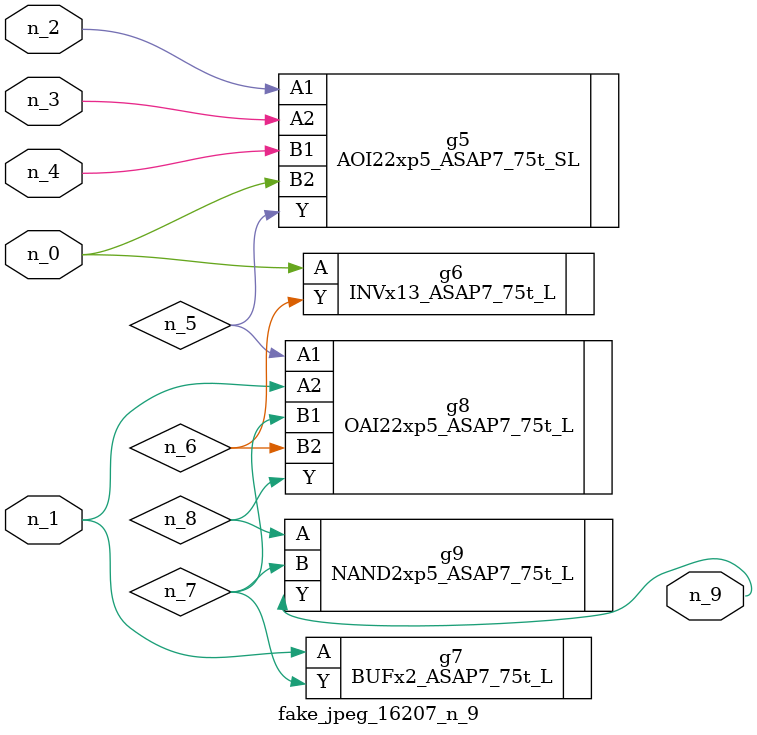
<source format=v>
module fake_jpeg_16207_n_9 (n_3, n_2, n_1, n_0, n_4, n_9);

input n_3;
input n_2;
input n_1;
input n_0;
input n_4;

output n_9;

wire n_8;
wire n_6;
wire n_5;
wire n_7;

AOI22xp5_ASAP7_75t_SL g5 ( 
.A1(n_2),
.A2(n_3),
.B1(n_4),
.B2(n_0),
.Y(n_5)
);

INVx13_ASAP7_75t_L g6 ( 
.A(n_0),
.Y(n_6)
);

BUFx2_ASAP7_75t_L g7 ( 
.A(n_1),
.Y(n_7)
);

OAI22xp5_ASAP7_75t_L g8 ( 
.A1(n_5),
.A2(n_1),
.B1(n_7),
.B2(n_6),
.Y(n_8)
);

NAND2xp5_ASAP7_75t_L g9 ( 
.A(n_8),
.B(n_7),
.Y(n_9)
);


endmodule
</source>
